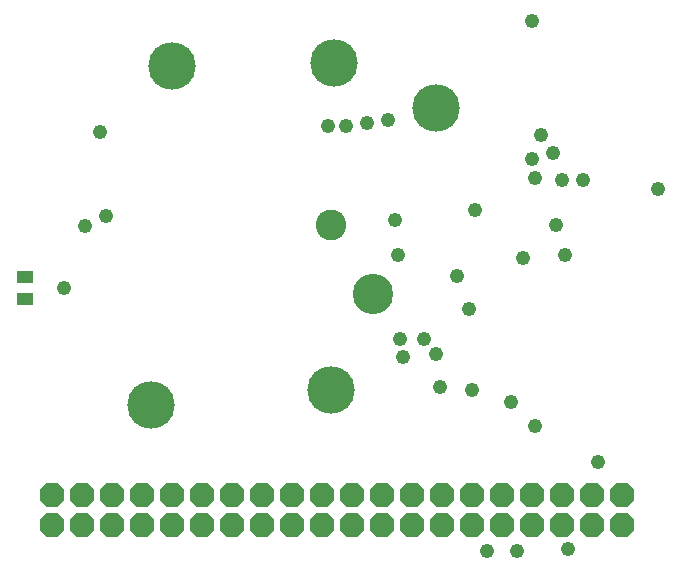
<source format=gbs>
G75*
%MOIN*%
%OFA0B0*%
%FSLAX25Y25*%
%IPPOS*%
%LPD*%
%AMOC8*
5,1,8,0,0,1.08239X$1,22.5*
%
%ADD10R,0.05524X0.03950*%
%ADD11OC8,0.08200*%
%ADD12C,0.04762*%
%ADD13C,0.15824*%
%ADD14C,0.10249*%
%ADD15C,0.13461*%
D10*
X0409333Y0094249D03*
X0409333Y0101336D03*
D11*
X0418333Y0028793D03*
X0428333Y0028793D03*
X0438333Y0028793D03*
X0448333Y0028793D03*
X0458333Y0028793D03*
X0468333Y0028793D03*
X0478333Y0028793D03*
X0488333Y0028793D03*
X0498333Y0028793D03*
X0508333Y0028793D03*
X0518333Y0028793D03*
X0528333Y0028793D03*
X0538333Y0028793D03*
X0548333Y0028793D03*
X0558333Y0028793D03*
X0568333Y0028793D03*
X0578333Y0028793D03*
X0588333Y0028793D03*
X0598333Y0028793D03*
X0608333Y0028793D03*
X0608333Y0018793D03*
X0598333Y0018793D03*
X0588333Y0018793D03*
X0578333Y0018793D03*
X0568333Y0018793D03*
X0558333Y0018793D03*
X0548333Y0018793D03*
X0538333Y0018793D03*
X0528333Y0018793D03*
X0518333Y0018793D03*
X0508333Y0018793D03*
X0498333Y0018793D03*
X0488333Y0018793D03*
X0478333Y0018793D03*
X0468333Y0018793D03*
X0458333Y0018793D03*
X0448333Y0018793D03*
X0438333Y0018793D03*
X0428333Y0018793D03*
X0418333Y0018793D03*
D12*
X0547833Y0064793D03*
X0558333Y0063793D03*
X0571333Y0059793D03*
X0579333Y0051793D03*
X0600333Y0039793D03*
X0590333Y0010793D03*
X0573333Y0010043D03*
X0563333Y0010043D03*
X0535583Y0074793D03*
X0546333Y0075793D03*
X0542333Y0080793D03*
X0534333Y0080793D03*
X0557333Y0090793D03*
X0553333Y0101793D03*
X0533833Y0108793D03*
X0532833Y0120543D03*
X0559333Y0123793D03*
X0579583Y0134293D03*
X0588333Y0133793D03*
X0595333Y0133793D03*
X0578333Y0140793D03*
X0585333Y0142793D03*
X0581333Y0148793D03*
X0620333Y0130793D03*
X0586333Y0118793D03*
X0589333Y0108793D03*
X0575333Y0107793D03*
X0523333Y0152793D03*
X0516333Y0151793D03*
X0510333Y0151793D03*
X0530333Y0153793D03*
X0578333Y0186793D03*
X0434333Y0149793D03*
X0436333Y0121793D03*
X0429333Y0118543D03*
X0422333Y0097793D03*
D13*
X0511333Y0063793D03*
X0451333Y0058793D03*
X0546333Y0157793D03*
X0512333Y0172793D03*
X0458333Y0171793D03*
D14*
X0511333Y0118793D03*
D15*
X0525333Y0095793D03*
M02*

</source>
